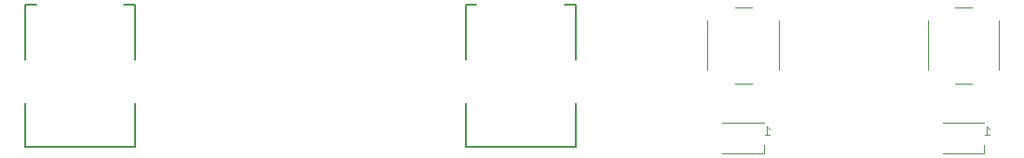
<source format=gbr>
G04 #@! TF.GenerationSoftware,KiCad,Pcbnew,(5.0.0)*
G04 #@! TF.CreationDate,2019-10-15T14:43:01+03:00*
G04 #@! TF.ProjectId,RDC2-0051,524443322D303035312E6B696361645F,rev?*
G04 #@! TF.SameCoordinates,Original*
G04 #@! TF.FileFunction,Legend,Bot*
G04 #@! TF.FilePolarity,Positive*
%FSLAX46Y46*%
G04 Gerber Fmt 4.6, Leading zero omitted, Abs format (unit mm)*
G04 Created by KiCad (PCBNEW (5.0.0)) date 10/15/19 14:43:01*
%MOMM*%
%LPD*%
G01*
G04 APERTURE LIST*
%ADD10C,0.150000*%
%ADD11C,0.120000*%
G04 APERTURE END LIST*
D10*
G04 #@! TO.C,R8*
X160000000Y-76500000D02*
X159000000Y-76500000D01*
X160000000Y-81500000D02*
X160000000Y-76500000D01*
X160000000Y-89500000D02*
X160000000Y-85500000D01*
X150000000Y-76500000D02*
X150000000Y-81500000D01*
X150000000Y-89500000D02*
X150000000Y-85500000D01*
X151000000Y-76500000D02*
X150000000Y-76500000D01*
X150000000Y-89500000D02*
X160000000Y-89500000D01*
G04 #@! TO.C,R7*
X120000000Y-76500000D02*
X119000000Y-76500000D01*
X120000000Y-81500000D02*
X120000000Y-76500000D01*
X120000000Y-89500000D02*
X120000000Y-85500000D01*
X110000000Y-76500000D02*
X110000000Y-81500000D01*
X110000000Y-89500000D02*
X110000000Y-85500000D01*
X111000000Y-76500000D02*
X110000000Y-76500000D01*
X110000000Y-89500000D02*
X120000000Y-89500000D01*
D11*
G04 #@! TO.C,SW1*
X174500000Y-76750000D02*
X176000000Y-76750000D01*
X178500000Y-78000000D02*
X178500000Y-82500000D01*
X176000000Y-83750000D02*
X174500000Y-83750000D01*
X172000000Y-82500000D02*
X172000000Y-78000000D01*
G04 #@! TO.C,SW2*
X198500000Y-78000000D02*
X198500000Y-82500000D01*
X194500000Y-76750000D02*
X196000000Y-76750000D01*
X192000000Y-82500000D02*
X192000000Y-78000000D01*
X196000000Y-83750000D02*
X194500000Y-83750000D01*
G04 #@! TO.C,HL2*
X197150000Y-87300000D02*
X193350000Y-87300000D01*
X197150000Y-90100000D02*
X193350000Y-90100000D01*
X197150000Y-90100000D02*
X197150000Y-89350000D01*
G04 #@! TO.C,HL1*
X177150000Y-90100000D02*
X177150000Y-89350000D01*
X177150000Y-90100000D02*
X173350000Y-90100000D01*
X177150000Y-87300000D02*
X173350000Y-87300000D01*
G04 #@! TO.C,HL2*
X197185714Y-88389285D02*
X197614285Y-88389285D01*
X197400000Y-88389285D02*
X197400000Y-87639285D01*
X197471428Y-87746428D01*
X197542857Y-87817857D01*
X197614285Y-87853571D01*
G04 #@! TO.C,HL1*
X177185714Y-88389285D02*
X177614285Y-88389285D01*
X177400000Y-88389285D02*
X177400000Y-87639285D01*
X177471428Y-87746428D01*
X177542857Y-87817857D01*
X177614285Y-87853571D01*
G04 #@! TD*
M02*

</source>
